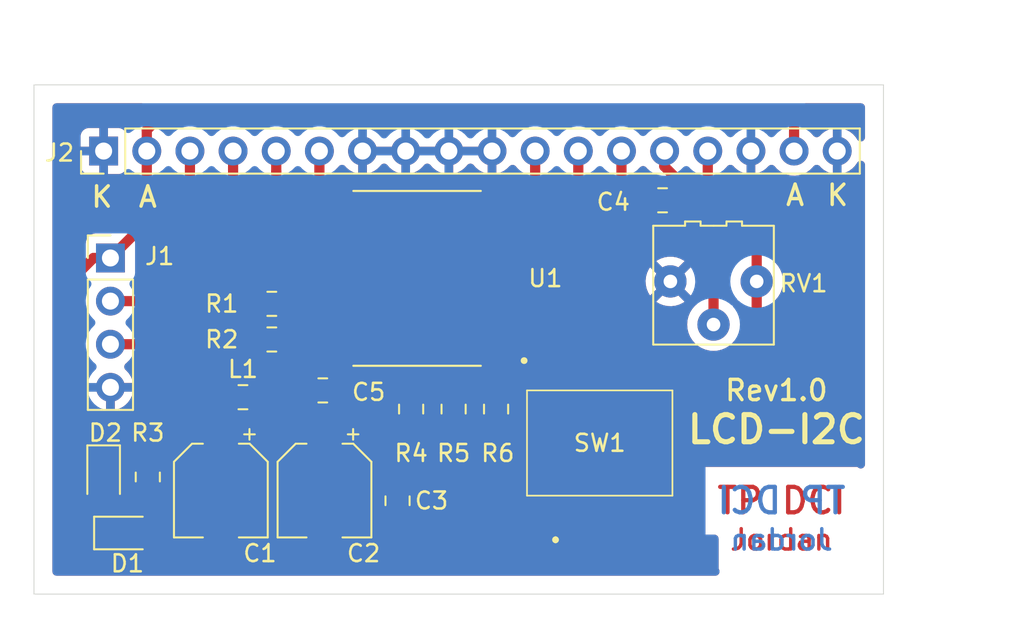
<source format=kicad_pcb>
(kicad_pcb (version 20211014) (generator pcbnew)
  (title_block (title "Adaptador LCD-i2c para Displays Alfanuméricos") (date "2022-08-04") (rev "1.0") (comment 1 "Autor: Jordán Joan Emmanuel") (comment 2 "Bajo licencia CERN Open Hardware Licence V2. Basado en réplica LCD-i2c comercial") (comment 3 "Diseño de Circuitos Impresos, Carrera de Especialización en Sistemas Embebidos, FIUBA") (comment 4 "Terminación superficial: 1 oz Cu; Grillas 1mm, 0.25mm y 0.1mm. Fabricante PCBWay"))
  (layers (0 "F.Cu" signal) (31 "B.Cu" signal) (34 "B.Paste" user) (35 "F.Paste" user) (36 "B.SilkS" user "B.Silkscreen") (37 "F.SilkS" user "F.Silkscreen") (38 "B.Mask" user) (39 "F.Mask" user) (44 "Edge.Cuts" user))
  (net 0 "")
  (net 1 "GND")
  (net 2 "/Vin")
  (net 3 "VDD")
  (net 4 "/V0")
  (net 5 "/SCL")
  (net 6 "/SDA")
  (net 7 "/D7")
  (net 8 "/D6")
  (net 9 "/D5")
  (net 10 "/D4")
  (net 11 "/EN")
  (net 12 "/R-W")
  (net 13 "/RS")
  (net 16 "Net-(D1-Pad2)")
  (net 17 "Net-(R1-Pad2)")
  (net 18 "Net-(R2-Pad2)")
  (net 19 "Net-(R5-Pad1)")
  (net 20 "Net-(U1-Pad1)")
  (net 21 "Net-(U1-Pad3)")
  (footprint "Capacitor_SMD:CP_Elec_5x3.9" (layer "F.Cu") (at 92 133.9 -90)
    (fp_text reference "C1" (at 3.7 -2.3 180) (layer "F.SilkS"))
    (fp_text value "220uF/16V")
    (fp_line (start -1.695563 2.76) (end 2.76 2.76) (layer "F.SilkS") (width 0.12))
    (fp_line (start -3.3125 -1.9975) (end -3.3125 -1.3725) (layer "F.SilkS") (width 0.12))
    (fp_line (start -2.76 -1.695563) (end -2.76 -1.06) (layer "F.SilkS") (width 0.12))
    (fp_line (start -2.76 -1.695563) (end -1.695563 -2.76) (layer "F.SilkS") (width 0.12))
    (fp_line (start -2.76 1.695563) (end -2.76 1.06) (layer "F.SilkS") (width 0.12))
    (fp_line (start -1.695563 -2.76) (end 2.76 -2.76) (layer "F.SilkS") (width 0.12))
    (fp_line (start -2.76 1.695563) (end -1.695563 2.76) (layer "F.SilkS") (width 0.12))
    (fp_line (start 2.76 2.76) (end 2.76 1.06) (layer "F.SilkS") (width 0.12))
    (fp_line (start -3.625 -1.685) (end -3 -1.685) (layer "F.SilkS") (width 0.12))
    (fp_line (start 2.76 -2.76) (end 2.76 -1.06) (layer "F.SilkS") (width 0.12))
    (pad "1" smd roundrect locked (at -2.2 0 270) (size 3 1.6) (layers "F.Cu" "F.Paste" "F.Mask") (roundrect_rratio 0.15625) (net 2 "/Vin"))
    (pad "2" smd roundrect locked (at 2.2 0 270) (size 3 1.6) (layers "F.Cu" "F.Paste" "F.Mask") (roundrect_rratio 0.15625) (net 1 "GND"))
  )
  (footprint "Capacitor_SMD:CP_Elec_5x3.9" (layer "F.Cu") (at 98.1 133.9 -90)
    (fp_text reference "C2" (at 3.7 -2.3 180) (layer "F.SilkS"))
    (fp_text value "100uF/16V")
    (fp_line (start -2.76 1.695563) (end -1.695563 2.76) (layer "F.SilkS") (width 0.12))
    (fp_line (start -2.76 -1.695563) (end -2.76 -1.06) (layer "F.SilkS") (width 0.12))
    (fp_line (start -3.3125 -1.9975) (end -3.3125 -1.3725) (layer "F.SilkS") (width 0.12))
    (fp_line (start 2.76 2.76) (end 2.76 1.06) (layer "F.SilkS") (width 0.12))
    (fp_line (start 2.76 -2.76) (end 2.76 -1.06) (layer "F.SilkS") (width 0.12))
    (fp_line (start -3.625 -1.685) (end -3 -1.685) (layer "F.SilkS") (width 0.12))
    (fp_line (start -2.76 -1.695563) (end -1.695563 -2.76) (layer "F.SilkS") (width 0.12))
    (fp_line (start -1.695563 -2.76) (end 2.76 -2.76) (layer "F.SilkS") (width 0.12))
    (fp_line (start -2.76 1.695563) (end -2.76 1.06) (layer "F.SilkS") (width 0.12))
    (fp_line (start -1.695563 2.76) (end 2.76 2.76) (layer "F.SilkS") (width 0.12))
    (pad "1" smd roundrect locked (at -2.2 0 270) (size 3 1.6) (layers "F.Cu" "F.Paste" "F.Mask") (roundrect_rratio 0.15625) (net 3 "VDD"))
    (pad "2" smd roundrect locked (at 2.2 0 270) (size 3 1.6) (layers "F.Cu" "F.Paste" "F.Mask") (roundrect_rratio 0.15625) (net 1 "GND"))
  )
  (footprint "Capacitor_SMD:C_0805_2012Metric" (layer "F.Cu") (at 102.4 134.5 -90)
    (fp_text reference "C3" (at 0 -2 180) (layer "F.SilkS"))
    (fp_text value "0.1uF/16V")
    (fp_line (start -0.258578 -0.71) (end 0.258578 -0.71) (layer "F.SilkS") (width 0.12))
    (fp_line (start -0.258578 0.71) (end 0.258578 0.71) (layer "F.SilkS") (width 0.12))
    (pad "1" smd roundrect locked (at -0.9375 0 270) (size 0.975 1.4) (layers "F.Cu" "F.Paste" "F.Mask") (net 3 "VDD"))
    (pad "2" smd roundrect locked (at 0.9375 0 270) (size 0.975 1.4) (layers "F.Cu" "F.Paste" "F.Mask") (net 1 "GND"))
  )
  (footprint "Capacitor_SMD:C_0805_2012Metric" (layer "F.Cu") (at 118 116.8 180)
    (fp_text reference "C4" (at 2.9 -0.1) (layer "F.SilkS"))
    (fp_text value "0.1uF/16V")
    (fp_line (start -0.258578 0.71) (end 0.258578 0.71) (layer "F.SilkS") (width 0.12))
    (fp_line (start -0.258578 -0.71) (end 0.258578 -0.71) (layer "F.SilkS") (width 0.12))
    (pad "1" smd roundrect locked (at -0.9375 0 180) (size 0.975 1.4) (layers "F.Cu" "F.Paste" "F.Mask") (net 4 "/V0"))
    (pad "2" smd roundrect locked (at 0.9375 0 180) (size 0.975 1.4) (layers "F.Cu" "F.Paste" "F.Mask") (net 1 "GND"))
  )
  (footprint "Capacitor_SMD:C_0805_2012Metric" (layer "F.Cu") (at 98 128 180)
    (fp_text reference "C5" (at -2.7 -0.1) (layer "F.SilkS"))
    (fp_text value "10nF/16V")
    (fp_line (start -0.258578 -0.71) (end 0.258578 -0.71) (layer "F.SilkS") (width 0.12))
    (fp_line (start -0.258578 0.71) (end 0.258578 0.71) (layer "F.SilkS") (width 0.12))
    (pad "1" smd roundrect locked (at -0.9375 0 180) (size 0.975 1.4) (layers "F.Cu" "F.Paste" "F.Mask") (net 3 "VDD"))
    (pad "2" smd roundrect locked (at 0.9375 0 180) (size 0.975 1.4) (layers "F.Cu" "F.Paste" "F.Mask") (net 1 "GND"))
  )
  (footprint "LED_SMD:LED_0805_2012Metric_Pad1.15x1.40mm_HandSolder" (layer "F.Cu") (at 86.4 136.4)
    (fp_text reference "D1" (at 0.1 1.8) (layer "F.SilkS"))
    (fp_text value "LED")
    (fp_line (start -1.86 0.96) (end 1 0.96) (layer "F.SilkS") (width 0.12))
    (fp_line (start -1.86 -0.96) (end -1.86 0.96) (layer "F.SilkS") (width 0.12))
    (fp_line (start 1 -0.96) (end -1.86 -0.96) (layer "F.SilkS") (width 0.12))
    (pad "1" smd roundrect locked (at -1.025 0) (size 1.15 1.4) (layers "F.Cu" "F.Paste" "F.Mask") (roundrect_rratio 0.217391) (net 1 "GND"))
    (pad "2" smd roundrect locked (at 1.025 0) (size 1.15 1.4) (layers "F.Cu" "F.Paste" "F.Mask") (roundrect_rratio 0.217391) (net 16 "Net-(D1-Pad2)"))
  )
  (footprint "Diode_SMD:D_0805_2012Metric_Pad1.15x1.40mm_HandSolder" (layer "F.Cu") (at 85.1 133.1 -90)
    (fp_text reference "D2" (at -2.6 -0.1 180) (layer "F.SilkS"))
    (fp_text value "5v1")
    (fp_line (start -1.86 -0.96) (end -1.86 0.96) (layer "F.SilkS") (width 0.12))
    (fp_line (start -1.86 0.96) (end 1 0.96) (layer "F.SilkS") (width 0.12))
    (fp_line (start 1 -0.96) (end -1.86 -0.96) (layer "F.SilkS") (width 0.12))
    (pad "1" smd roundrect locked (at -1.025 0 270) (size 1.15 1.4) (layers "F.Cu" "F.Paste" "F.Mask") (roundrect_rratio 0.217391) (net 2 "/Vin"))
    (pad "2" smd roundrect locked (at 1.025 0 270) (size 1.15 1.4) (layers "F.Cu" "F.Paste" "F.Mask") (roundrect_rratio 0.217391) (net 1 "GND"))
  )
  (footprint "Connector_PinHeader_2.54mm:PinHeader_1x04_P2.54mm_Vertical" (layer "F.Cu") (at 85.5 120.2)
    (fp_text reference "J1" (at 2.9 -0.1) (layer "F.SilkS"))
    (fp_text value "MICRO")
    (fp_line (start -1.33 -1.33) (end 0 -1.33) (layer "F.SilkS") (width 0.12))
    (fp_line (start -1.33 1.27) (end 1.33 1.27) (layer "F.SilkS") (width 0.12))
    (fp_line (start 1.33 1.27) (end 1.33 8.95) (layer "F.SilkS") (width 0.12))
    (fp_line (start -1.33 0) (end -1.33 -1.33) (layer "F.SilkS") (width 0.12))
    (fp_line (start -1.33 1.27) (end -1.33 8.95) (layer "F.SilkS") (width 0.12))
    (fp_line (start -1.33 8.95) (end 1.33 8.95) (layer "F.SilkS") (width 0.12))
    (pad "1" thru_hole rect locked (at 0 0) (size 1.7 1.7) (drill 1) (layers *.Cu *.Mask) (net 2 "/Vin"))
    (pad "2" thru_hole oval locked (at 0 2.54) (size 1.7 1.7) (drill 1) (layers *.Cu *.Mask) (net 5 "/SCL"))
    (pad "3" thru_hole oval locked (at 0 5.08) (size 1.7 1.7) (drill 1) (layers *.Cu *.Mask) (net 6 "/SDA"))
    (pad "4" thru_hole oval locked (at 0 7.62) (size 1.7 1.7) (drill 1) (layers *.Cu *.Mask) (net 1 "GND"))
  )
  (footprint "DCI_Conector:LCD_16x2_dosTipos" (layer "F.Cu") (at 85.1 113.9 90)
    (fp_text reference "J2" (at -0.1 -2.6) (layer "F.SilkS"))
    (fp_text value "LCD16x2")
    (fp_line (start -1.33 44.51) (end 1.33 44.51) (layer "F.SilkS") (width 0.12))
    (fp_line (start -1.33 -1.33) (end 0 -1.33) (layer "F.SilkS") (width 0.12))
    (fp_line (start 1.33 1.27) (end 1.33 44.51) (layer "F.SilkS") (width 0.12))
    (fp_line (start -1.33 1.27) (end -1.33 44.51) (layer "F.SilkS") (width 0.12))
    (fp_line (start -1.33 1.27) (end 1.33 1.27) (layer "F.SilkS") (width 0.12))
    (fp_line (start -1.33 0) (end -1.33 -1.33) (layer "F.SilkS") (width 0.12))
    (pad "1" thru_hole oval (at 0 38.1 90) (size 1.7 1.7) (drill 1) (layers *.Cu *.Mask) (net 1 "GND"))
    (pad "2" thru_hole oval (at 0 35.56 90) (size 1.7 1.7) (drill 1) (layers *.Cu *.Mask) (net 3 "VDD"))
    (pad "3" thru_hole oval (at 0 33.02 90) (size 1.7 1.7) (drill 1) (layers *.Cu *.Mask) (net 4 "/V0"))
    (pad "4" thru_hole oval (at 0 30.48 90) (size 1.7 1.7) (drill 1) (layers *.Cu *.Mask) (net 13 "/RS"))
    (pad "5" thru_hole oval (at 0 27.94 90) (size 1.7 1.7) (drill 1) (layers *.Cu *.Mask) (net 12 "/R-W"))
    (pad "6" thru_hole oval (at 0 25.4 90) (size 1.7 1.7) (drill 1) (layers *.Cu *.Mask) (net 11 "/EN"))
    (pad "7" thru_hole oval (at 0 22.86 90) (size 1.7 1.7) (drill 1) (layers *.Cu *.Mask) (net 1 "GND"))
    (pad "8" thru_hole oval (at 0 20.32 90) (size 1.7 1.7) (drill 1) (layers *.Cu *.Mask) (net 1 "GND"))
    (pad "9" thru_hole oval (at 0 17.78 90) (size 1.7 1.7) (drill 1) (layers *.Cu *.Mask) (net 1 "GND"))
    (pad "10" thru_hole oval (at 0 15.24 90) (size 1.7 1.7) (drill 1) (layers *.Cu *.Mask) (net 1 "GND"))
    (pad "11" thru_hole oval (at 0 12.7 90) (size 1.7 1.7) (drill 1) (layers *.Cu *.Mask) (net 10 "/D4"))
    (pad "12" thru_hole oval (at 0 10.16 90) (size 1.7 1.7) (drill 1) (layers *.Cu *.Mask) (net 9 "/D5"))
    (pad "13" thru_hole oval (at 0 7.62 90) (size 1.7 1.7) (drill 1) (layers *.Cu *.Mask) (net 8 "/D6"))
    (pad "14" thru_hole oval (at 0 5.08 90) (size 1.7 1.7) (drill 1) (layers *.Cu *.Mask) (net 7 "/D7"))
    (pad "15" thru_hole oval (at 0 2.54 90) (size 1.7 1.7) (drill 1) (layers *.Cu *.Mask) (net 2 "/Vin"))
    (pad "15" thru_hole oval (at 0 40.64 90) (size 1.7 1.7) (drill 1) (layers *.Cu *.Mask) (net 2 "/Vin"))
    (pad "16" thru_hole oval (at 0 43.18 90) (size 1.7 1.7) (drill 1) (layers *.Cu *.Mask) (net 1 "GND"))
    (pad "16" thru_hole rect (at 0 0 90) (size 1.7 1.7) (drill 1) (layers *.Cu *.Mask) (net 1 "GND"))
  )
  (footprint "Inductor_SMD:L_0805_2012Metric_Pad1.15x1.40mm_HandSolder" (layer "F.Cu") (at 93.3 128.4)
    (fp_text reference "L1" (at 0 -1.65) (layer "F.SilkS"))
    (fp_text value "47uH")
    (fp_line (start -0.261252 -0.71) (end 0.261252 -0.71) (layer "F.SilkS") (width 0.12))
    (fp_line (start -0.261252 0.71) (end 0.261252 0.71) (layer "F.SilkS") (width 0.12))
    (pad "1" smd roundrect locked (at -1.025 0) (size 1.15 1.4) (layers "F.Cu" "F.Paste" "F.Mask") (roundrect_rratio 0.217391) (net 2 "/Vin"))
    (pad "2" smd roundrect locked (at 1.025 0) (size 1.15 1.4) (layers "F.Cu" "F.Paste" "F.Mask") (roundrect_rratio 0.217391) (net 3 "VDD"))
  )
  (footprint "Resistor_SMD:R_0805_2012Metric_Pad1.15x1.40mm_HandSolder" (layer "F.Cu") (at 95 122.9)
    (fp_text reference "R1" (at -2.95 0) (layer "F.SilkS"))
    (fp_text value "100")
    (fp_line (start -0.261252 -0.71) (end 0.261252 -0.71) (layer "F.SilkS") (width 0.12))
    (fp_line (start -0.261252 0.71) (end 0.261252 0.71) (layer "F.SilkS") (width 0.12))
    (pad "1" smd roundrect locked (at -1.025 0) (size 1.15 1.4) (layers "F.Cu" "F.Paste" "F.Mask") (roundrect_rratio 0.217391) (net 5 "/SCL"))
    (pad "2" smd roundrect locked (at 1.025 0) (size 1.15 1.4) (layers "F.Cu" "F.Paste" "F.Mask") (roundrect_rratio 0.217391) (net 17 "Net-(R1-Pad2)"))
  )
  (footprint "Resistor_SMD:R_0805_2012Metric_Pad1.15x1.40mm_HandSolder" (layer "F.Cu") (at 95 125)
    (fp_text reference "R2" (at -2.95 0) (layer "F.SilkS"))
    (fp_text value "100")
    (fp_line (start -0.261252 0.71) (end 0.261252 0.71) (layer "F.SilkS") (width 0.12))
    (fp_line (start -0.261252 -0.71) (end 0.261252 -0.71) (layer "F.SilkS") (width 0.12))
    (pad "1" smd roundrect locked (at -1.025 0) (size 1.15 1.4) (layers "F.Cu" "F.Paste" "F.Mask") (roundrect_rratio 0.217391) (net 6 "/SDA"))
    (pad "2" smd roundrect locked (at 1.025 0) (size 1.15 1.4) (layers "F.Cu" "F.Paste" "F.Mask") (roundrect_rratio 0.217391) (net 18 "Net-(R2-Pad2)"))
  )
  (footprint "Resistor_SMD:R_0805_2012Metric_Pad1.15x1.40mm_HandSolder" (layer "F.Cu") (at 87.7 133.1 -90)
    (fp_text reference "R3" (at -2.6 0 180) (layer "F.SilkS"))
    (fp_text value "2k2")
    (fp_line (start -0.261252 -0.71) (end 0.261252 -0.71) (layer "F.SilkS") (width 0.12))
    (fp_line (start -0.261252 0.71) (end 0.261252 0.71) (layer "F.SilkS") (width 0.12))
    (pad "1" smd roundrect locked (at -1.025 0 270) (size 1.15 1.4) (layers "F.Cu" "F.Paste" "F.Mask") (roundrect_rratio 0.217391) (net 2 "/Vin"))
    (pad "2" smd roundrect locked (at 1.025 0 270) (size 1.15 1.4) (layers "F.Cu" "F.Paste" "F.Mask") (roundrect_rratio 0.217391) (net 16 "Net-(D1-Pad2)"))
  )
  (footprint "Resistor_SMD:R_0805_2012Metric_Pad1.15x1.40mm_HandSolder" (layer "F.Cu") (at 103.2 129.1 -90)
    (fp_text reference "R4" (at 2.6 0 180) (layer "F.SilkS"))
    (fp_text value "10k")
    (fp_line (start -0.261252 -0.71) (end 0.261252 -0.71) (layer "F.SilkS") (width 0.12))
    (fp_line (start -0.261252 0.71) (end 0.261252 0.71) (layer "F.SilkS") (width 0.12))
    (pad "1" smd roundrect locked (at -1.025 0 270) (size 1.15 1.4) (layers "F.Cu" "F.Paste" "F.Mask") (roundrect_rratio 0.217391) (net 21 "Net-(U1-Pad3)"))
    (pad "2" smd roundrect locked (at 1.025 0 270) (size 1.15 1.4) (layers "F.Cu" "F.Paste" "F.Mask") (roundrect_rratio 0.217391) (net 3 "VDD"))
  )
  (footprint "Resistor_SMD:R_0805_2012Metric_Pad1.15x1.40mm_HandSolder" (layer "F.Cu") (at 105.7 129.1 -90)
    (fp_text reference "R5" (at 2.6 0 180) (layer "F.SilkS"))
    (fp_text value "10k")
    (fp_line (start -0.261252 -0.71) (end 0.261252 -0.71) (layer "F.SilkS") (width 0.12))
    (fp_line (start -0.261252 0.71) (end 0.261252 0.71) (layer "F.SilkS") (width 0.12))
    (pad "1" smd roundrect locked (at -1.025 0 270) (size 1.15 1.4) (layers "F.Cu" "F.Paste" "F.Mask") (roundrect_rratio 0.217391) (net 19 "Net-(R5-Pad1)"))
    (pad "2" smd roundrect locked (at 1.025 0 270) (size 1.15 1.4) (layers "F.Cu" "F.Paste" "F.Mask") (roundrect_rratio 0.217391) (net 3 "VDD"))
  )
  (footprint "Resistor_SMD:R_0805_2012Metric_Pad1.15x1.40mm_HandSolder" (layer "F.Cu") (at 108.2 129.1 -90)
    (fp_text reference "R6" (at 2.6 -0.1 180) (layer "F.SilkS"))
    (fp_text value "10k")
    (fp_line (start -0.261252 -0.71) (end 0.261252 -0.71) (layer "F.SilkS") (width 0.12))
    (fp_line (start -0.261252 0.71) (end 0.261252 0.71) (layer "F.SilkS") (width 0.12))
    (pad "1" smd roundrect locked (at -1.025 0 270) (size 1.15 1.4) (layers "F.Cu" "F.Paste" "F.Mask") (roundrect_rratio 0.217391) (net 20 "Net-(U1-Pad1)"))
    (pad "2" smd roundrect locked (at 1.025 0 270) (size 1.15 1.4) (layers "F.Cu" "F.Paste" "F.Mask") (roundrect_rratio 0.217391) (net 3 "VDD"))
  )
  (footprint "DCI_Pote:miPote10k_3362P" (layer "F.Cu") (at 121 121.8)
    (fp_text reference "RV1" (at 5.3 -0.1) (layer "F.SilkS"))
    (fp_text value "10k")
    (fp_line (start -1.6764 -3.75) (end -0.762 -3.75) (layer "F.SilkS") (width 0.12))
    (fp_line (start -3.55 -3.5) (end -1.6764 -3.5) (layer "F.SilkS") (width 0.12))
    (fp_line (start -0.762 -3.5) (end 0 -3.5) (layer "F.SilkS") (width 0.12))
    (fp_line (start 3.55 3.5) (end -3.55 3.5) (layer "F.SilkS") (width 0.12))
    (fp_line (start 3.55 -3.5) (end 1.6764 -3.5) (layer "F.SilkS") (width 0.12))
    (fp_line (start -3.55 3.5) (end -3.55 -3.5) (layer "F.SilkS") (width 0.12))
    (fp_line (start 0.762 -3.5) (end 0 -3.5) (layer "F.SilkS") (width 0.12))
    (fp_line (start -1.6764 -3.5) (end -1.6764 -3.75) (layer "F.SilkS") (width 0.12))
    (fp_line (start -0.762 -3.5) (end -0.762 -3.75) (layer "F.SilkS") (width 0.12))
    (fp_line (start 1.6764 -3.5) (end 1.6764 -3.75) (layer "F.SilkS") (width 0.12))
    (fp_line (start 3.55 3.5) (end 3.55 -3.5) (layer "F.SilkS") (width 0.12))
    (fp_line (start 0.762 -3.5) (end 0.762 -3.75) (layer "F.SilkS") (width 0.12))
    (fp_line (start 1.6764 -3.75) (end 0.762 -3.75) (layer "F.SilkS") (width 0.12))
    (pad "1" thru_hole circle locked (at -2.54 -0.22) (size 1.9 1.9) (drill 0.8) (layers *.Cu *.Mask) (net 1 "GND"))
    (pad "2" thru_hole circle locked (at 0 2.32) (size 1.9 1.9) (drill 0.8) (layers *.Cu *.Mask) (net 4 "/V0"))
    (pad "3" thru_hole oval locked (at 2.54 -0.22) (size 1.9 1.9) (drill 0.8) (layers *.Cu *.Mask) (net 3 "VDD"))
  )
  (footprint "DCI_PCF854:SOIC127P1030X265-16N" (layer "F.Cu") (at 103.55 121.4 180)
    (fp_text reference "U1" (at -7.55 0 180) (layer "F.SilkS"))
    (fp_text value "PCF8574")
    (fp_line (start -3.75 -5.15) (end 3.75 -5.15) (layer "F.SilkS") (width 0.127))
    (fp_line (start -3.75 5.15) (end 3.75 5.15) (layer "F.SilkS") (width 0.127))
    (fp_circle (center -6.3 -4.845) (end -6.2 -4.845) (layer "F.SilkS") (width 0.2) (fill none))
    (pad "1" smd roundrect locked (at -4.64 -4.445 180) (size 2.06 0.6) (layers "F.Cu" "F.Paste" "F.Mask") (roundrect_rratio 0.07) (net 20 "Net-(U1-Pad1)"))
    (pad "2" smd roundrect locked (at -4.64 -3.175 180) (size 2.06 0.6) (layers "F.Cu" "F.Paste" "F.Mask") (roundrect_rratio 0.07) (net 19 "Net-(R5-Pad1)"))
    (pad "3" smd roundrect locked (at -4.64 -1.905 180) (size 2.06 0.6) (layers "F.Cu" "F.Paste" "F.Mask") (roundrect_rratio 0.07) (net 21 "Net-(U1-Pad3)"))
    (pad "4" smd roundrect locked (at -4.64 -0.635 180) (size 2.06 0.6) (layers "F.Cu" "F.Paste" "F.Mask") (roundrect_rratio 0.07) (net 13 "/RS"))
    (pad "5" smd roundrect locked (at -4.64 0.635 180) (size 2.06 0.6) (layers "F.Cu" "F.Paste" "F.Mask") (roundrect_rratio 0.07) (net 12 "/R-W"))
    (pad "6" smd roundrect locked (at -4.64 1.905 180) (size 2.06 0.6) (layers "F.Cu" "F.Paste" "F.Mask") (roundrect_rratio 0.07) (net 11 "/EN"))
    (pad "7" smd roundrect locked (at -4.64 3.175 180) (size 2.06 0.6) (layers "F.Cu" "F.Paste" "F.Mask") (roundrect_rratio 0.07))
    (pad "8" smd roundrect locked (at -4.64 4.445 180) (size 2.06 0.6) (layers "F.Cu" "F.Paste" "F.Mask") (roundrect_rratio 0.07) (net 1 "GND"))
    (pad "9" smd roundrect locked (at 4.64 4.445 180) (size 2.06 0.6) (layers "F.Cu" "F.Paste" "F.Mask") (roundrect_rratio 0.07) (net 10 "/D4"))
    (pad "10" smd roundrect locked (at 4.64 3.175 180) (size 2.06 0.6) (layers "F.Cu" "F.Paste" "F.Mask") (roundrect_rratio 0.07) (net 9 "/D5"))
    (pad "11" smd roundrect locked (at 4.64 1.905 180) (size 2.06 0.6) (layers "F.Cu" "F.Paste" "F.Mask") (roundrect_rratio 0.07) (net 8 "/D6"))
    (pad "12" smd roundrect locked (at 4.64 0.635 180) (size 2.06 0.6) (layers "F.Cu" "F.Paste" "F.Mask") (roundrect_rratio 0.07) (net 7 "/D7"))
    (pad "13" smd roundrect locked (at 4.64 -0.635 180) (size 2.06 0.6) (layers "F.Cu" "F.Paste" "F.Mask") (roundrect_rratio 0.07))
    (pad "14" smd roundrect locked (at 4.64 -1.905 180) (size 2.06 0.6) (layers "F.Cu" "F.Paste" "F.Mask") (roundrect_rratio 0.07) (net 17 "Net-(R1-Pad2)"))
    (pad "15" smd roundrect locked (at 4.64 -3.175 180) (size 2.06 0.6) (layers "F.Cu" "F.Paste" "F.Mask") (roundrect_rratio 0.07) (net 18 "Net-(R2-Pad2)"))
    (pad "16" smd roundrect locked (at 4.64 -4.445 180) (size 2.06 0.6) (layers "F.Cu" "F.Paste" "F.Mask") (roundrect_rratio 0.07) (net 3 "VDD"))
  )
  (footprint "DCI_Switch:DIPSwitch_03" (layer "F.Cu") (at 114.3 131.1)
    (fp_text reference "SW1" (at 0 0) (layer "F.SilkS"))
    (fp_text value "SW_DIP_x03")
    (fp_line (start -2.6 5.6) (end -2.6 5.6) (layer "F.SilkS") (width 0.2))
    (fp_line (start 4.28 -3.1) (end 4.28 3.1) (layer "F.SilkS") (width 0.1))
    (fp_line (start -4.28 -3.1) (end 4.28 -3.1) (layer "F.SilkS") (width 0.1))
    (fp_line (start -4.28 3.1) (end -4.28 -3.1) (layer "F.SilkS") (width 0.1))
    (fp_line (start 4.28 3.1) (end -4.28 3.1) (layer "F.SilkS") (width 0.1))
    (fp_line (start -2.6 5.8) (end -2.6 5.8) (layer "F.SilkS") (width 0.2))
    (fp_arc (start -2.6 5.6) (mid -2.5 5.7) (end -2.6 5.8) (layer "F.SilkS") (width 0.2))
    (fp_arc (start -2.6 5.8) (mid -2.7 5.7) (end -2.6 5.6) (layer "F.SilkS") (width 0.2))
    (pad "1" smd rect (at -2.54 4.45 90) (size 1.5 1.1) (layers "F.Cu" "F.Paste" "F.Mask") (net 1 "GND"))
    (pad "2" smd rect (at -2.54 -4.45 90) (size 1.5 1.1) (layers "F.Cu" "F.Paste" "F.Mask") (net 20 "Net-(U1-Pad1)"))
    (pad "3" smd rect (at 0 4.45 90) (size 1.5 1.1) (layers "F.Cu" "F.Paste" "F.Mask") (net 1 "GND"))
    (pad "4" smd rect (at 0 -4.45 90) (size 1.5 1.1) (layers "F.Cu" "F.Paste" "F.Mask") (net 19 "Net-(R5-Pad1)"))
    (pad "5" smd rect (at 2.54 4.45 90) (size 1.5 1.1) (layers "F.Cu" "F.Paste" "F.Mask") (net 1 "GND"))
    (pad "6" smd rect (at 2.54 -4.45 90) (size 1.5 1.1) (layers "F.Cu" "F.Paste" "F.Mask") (net 21 "Net-(U1-Pad3)"))
  )
  (gr_line (start 131 140) (end 131 110) (layer "Edge.Cuts") (width 0.05))
  (gr_line (start 81 110) (end 81 140) (layer "Edge.Cuts") (width 0.05))
  (gr_line (start 81 140) (end 131 140) (layer "Edge.Cuts") (width 0.05))
  (gr_line (start 81 110) (end 131 110) (layer "Edge.Cuts") (width 0.05))
  (gr_text "TP DCI" (at 125 134.5) (layer "F.Cu") (effects (font (size 1.5 1.5) (thickness 0.25))))
  (gr_text "Jordan" (at 125 136.8) (layer "F.Cu") (effects (font (size 1.2 1.2) (thickness 0.2))))
  (gr_text "TP DCI" (at 125 134.5) (layer "B.Cu") (effects (font (size 1.5 1.5) (thickness 0.25)) (justify mirror)))
  (gr_text "Jordan" (at 125 136.8) (layer "B.Cu") (effects (font (size 1.2 1.2) (thickness 0.2)) (justify mirror)))
  (gr_text "K" (at 85 116.6) (layer "F.SilkS") (effects (font (size 1.2 1.2) (thickness 0.2))))
  (gr_text "A" (at 87.7 116.6) (layer "F.SilkS") (effects (font (size 1.2 1.2) (thickness 0.2))))
  (gr_text "A" (at 125.8 116.5) (layer "F.SilkS") (effects (font (size 1.2 1.2) (thickness 0.2))))
  (gr_text "K" (at 128.3 116.5) (layer "F.SilkS") (effects (font (size 1.2 1.2) (thickness 0.2))))
  (gr_text "LCD-I2C" (at 124.7 130.3) (layer "F.SilkS") (effects (font (size 1.6 1.6) (thickness 0.3))))
  (gr_text "Rev1.0" (at 124.7 128) (layer "F.SilkS") (effects (font (size 1.2 1.2) (thickness 0.2))))
  (segment (start 91.625 132.075) (end 92 131.7) (width 0.6) (layer "F.Cu") (net 2))
  (segment (start 85.1 132.075) (end 87.7 132.075) (width 0.6) (layer "F.Cu") (net 2))
  (segment (start 85.5 120.2) (end 87.64 118.06) (width 0.6) (layer "F.Cu") (net 2))
  (segment (start 85.1 132.075) (end 83.7 130.675) (width 0.6) (layer "F.Cu") (net 2))
  (segment (start 124.962081 111.5) (end 88.8 111.5) (width 0.6) (layer "F.Cu") (net 2))
  (segment (start 87.64 118.06) (end 87.64 113.9) (width 0.6) (layer "F.Cu") (net 2))
  (segment (start 92.275 128.4) (end 92.275 129.425) (width 0.6) (layer "F.Cu") (net 2))
  (segment (start 92 129.7) (end 92 131.7) (width 0.6) (layer "F.Cu") (net 2))
  (segment (start 87.64 113.9) (end 87.64 112.66) (width 0.6) (layer "F.Cu") (net 2))
  (segment (start 125.74 112.277919) (end 124.962081 111.5) (width 0.6) (layer "F.Cu") (net 2))
  (segment (start 83.7 130.675) (end 83.7 121) (width 0.6) (layer "F.Cu") (net 2))
  (segment (start 125.74 113.9) (end 125.74 112.277919) (width 0.6) (layer "F.Cu") (net 2))
  (segment (start 87.7 132.075) (end 91.625 132.075) (width 0.6) (layer "F.Cu") (net 2))
  (segment (start 88.8 111.5) (end 87.64 112.66) (width 0.6) (layer "F.Cu") (net 2))
  (segment (start 83.7 121) (end 84.5 120.2) (width 0.6) (layer "F.Cu") (net 2))
  (segment (start 92.275 129.425) (end 92 129.7) (width 0.6) (layer "F.Cu") (net 2))
  (segment (start 84.5 120.2) (end 85.5 120.2) (width 0.6) (layer "F.Cu") (net 2))
  (segment (start 118.45 131.05) (end 123.54 125.96) (width 0.6) (layer "F.Cu") (net 3))
  (segment (start 99.4875 131.7) (end 98.1 131.7) (width 0.6) (layer "F.Cu") (net 3))
  (segment (start 98.9375 128) (end 98.9375 125.8725) (width 0.6) (layer "F.Cu") (net 3))
  (segment (start 123.54 121.58) (end 123.54 118.94) (width 0.6) (layer "F.Cu") (net 3))
  (segment (start 109.425 130.125) (end 110.35 131.05) (width 0.6) (layer "F.Cu") (net 3))
  (segment (start 108.2 130.125) (end 109.425 130.125) (width 0.6) (layer "F.Cu") (net 3))
  (segment (start 123.54 121.58) (end 123.54 125.96) (width 0.6) (layer "F.Cu") (net 3))
  (segment (start 103.2 130.125) (end 101.0625 130.125) (width 0.65) (layer "F.Cu") (net 3))
  (segment (start 105.7 130.125) (end 108.2 130.125) (width 0.65) (layer "F.Cu") (net 3))
  (segment (start 105.7 130.125) (end 103.2 130.125) (width 0.65) (layer "F.Cu") (net 3))
  (segment (start 120.66 116.06) (end 120.66 113.9) (width 0.6) (layer "F.Cu") (net 3))
  (segment (start 98.9375 125.8725) (end 98.91 125.845) (width 0.6) (layer "F.Cu") (net 3))
  (segment (start 102.4 133.5625) (end 101.35 133.5625) (width 0.6) (layer "F.Cu") (net 3))
  (segment (start 98.9375 128) (end 101.0625 130.125) (width 0.6) (layer "F.Cu") (net 3))
  (segment (start 101.35 133.5625) (end 99.4875 131.7) (width 0.6) (layer "F.Cu") (net 3))
  (segment (start 123.54 118.94) (end 120.66 116.06) (width 0.6) (layer "F.Cu") (net 3))
  (segment (start 110.35 131.05) (end 118.45 131.05) (width 0.6) (layer "F.Cu") (net 3))
  (segment (start 97.625 131.7) (end 94.325 128.4) (width 0.6) (layer "F.Cu") (net 3))
  (segment (start 101.0625 130.125) (end 99.4875 131.7) (width 0.65) (layer "F.Cu") (net 3))
  (segment (start 98.1 131.7) (end 97.625 131.7) (width 0.6) (layer "F.Cu") (net 3))
  (segment (start 118.1 114.8) (end 118.9375 115.6375) (width 0.6) (layer "F.Cu") (net 4))
  (segment (start 121 119.7) (end 118.9375 117.6375) (width 0.6) (layer "F.Cu") (net 4))
  (segment (start 118.12 113.9) (end 118.1 113.92) (width 0.6) (layer "F.Cu") (net 4))
  (segment (start 118.9375 117.6375) (end 118.9375 116.8) (width 0.6) (layer "F.Cu") (net 4))
  (segment (start 118.9375 115.6375) (end 118.9375 116.8) (width 0.6) (layer "F.Cu") (net 4))
  (segment (start 121 124.12) (end 121 119.7) (width 0.6) (layer "F.Cu") (net 4))
  (segment (start 118.1 113.92) (end 118.1 114.8) (width 0.6) (layer "F.Cu") (net 4))
  (segment (start 93.815 122.74) (end 93.975 122.9) (width 0.6) (layer "F.Cu") (net 5))
  (segment (start 85.5 122.74) (end 93.815 122.74) (width 0.6) (layer "F.Cu") (net 5))
  (segment (start 85.5 125.28) (end 93.695 125.28) (width 0.6) (layer "F.Cu") (net 6))
  (segment (start 93.695 125.28) (end 93.975 125) (width 0.6) (layer "F.Cu") (net 6))
  (segment (start 90.18 113.9) (end 90.18 117.68) (width 0.6) (layer "F.Cu") (net 7))
  (segment (start 90.18 117.68) (end 93.265 120.765) (width 0.6) (layer "F.Cu") (net 7))
  (segment (start 93.265 120.765) (end 98.91 120.765) (width 0.6) (layer "F.Cu") (net 7))
  (segment (start 92.72 113.9) (end 92.72 116.785) (width 0.6) (layer "F.Cu") (net 8))
  (segment (start 95.43 119.495) (end 92.72 116.785) (width 0.6) (layer "F.Cu") (net 8))
  (segment (start 98.91 119.495) (end 95.43 119.495) (width 0.6) (layer "F.Cu") (net 8))
  (segment (start 97.601796 118.225) (end 95.26 115.883204) (width 0.6) (layer "F.Cu") (net 9))
  (segment (start 95.26 115.102081) (end 95.26 113.9) (width 0.6) (layer "F.Cu") (net 9))
  (segment (start 98.91 118.225) (end 97.601796 118.225) (width 0.6) (layer "F.Cu") (net 9))
  (segment (start 95.26 115.883204) (end 95.26 115.102081) (width 0.6) (layer "F.Cu") (net 9))
  (segment (start 97.8 115.845) (end 98.91 116.955) (width 0.6) (layer "F.Cu") (net 10))
  (segment (start 97.8 113.9) (end 97.8 115.845) (width 0.6) (layer "F.Cu") (net 10))
  (segment (start 108.19 119.495) (end 108.695 119.495) (width 0.6) (layer "F.Cu") (net 11))
  (segment (start 108.695 119.495) (end 108.7 119.5) (width 0.6) (layer "F.Cu") (net 11))
  (segment (start 108.7 119.5) (end 109.6 119.5) (width 0.6) (layer "F.Cu") (net 11))
  (segment (start 110.5 118.6) (end 110.5 113.9) (width 0.6) (layer "F.Cu") (net 11))
  (segment (start 109.6 119.5) (end 110.5 118.6) (width 0.6) (layer "F.Cu") (net 11))
  (segment (start 108.19 120.765) (end 111.035 120.765) (width 0.6) (layer "F.Cu") (net 12))
  (segment (start 113.04 118.76) (end 113.04 113.9) (width 0.6) (layer "F.Cu") (net 12))
  (segment (start 111.035 120.765) (end 113.04 118.76) (width 0.6) (layer "F.Cu") (net 12))
  (segment (start 108.19 122.035) (end 112.665 122.035) (width 0.6) (layer "F.Cu") (net 13))
  (segment (start 115.58 119.12) (end 115.58 113.9) (width 0.6) (layer "F.Cu") (net 13))
  (segment (start 112.665 122.035) (end 115.58 119.12) (width 0.6) (layer "F.Cu") (net 13))
  (segment (start 87.7 134.125) (end 87.7 134.8) (width 0.6) (layer "F.Cu") (net 16))
  (segment (start 87.425 135.075) (end 87.425 135.575) (width 0.6) (layer "F.Cu") (net 16))
  (segment (start 87.7 134.8) (end 87.425 135.075) (width 0.6) (layer "F.Cu") (net 16))
  (segment (start 87.425 136.4) (end 87.425 135.575) (width 0.6) (layer "F.Cu") (net 16))
  (segment (start 97.105 123.305) (end 97.405 123.305) (width 0.6) (layer "F.Cu") (net 17))
  (segment (start 96.7 122.9) (end 97.105 123.305) (width 0.6) (layer "F.Cu") (net 17))
  (segment (start 96.025 122.9) (end 96.7 122.9) (width 0.6) (layer "F.Cu") (net 17))
  (segment (start 98.91 123.305) (end 97.405 123.305) (width 0.6) (layer "F.Cu") (net 17))
  (segment (start 96.025 125) (end 96.9 125) (width 0.6) (layer "F.Cu") (net 18))
  (segment (start 96.9 125) (end 97.325 124.575) (width 0.6) (layer "F.Cu") (net 18))
  (segment (start 98.91 124.575) (end 97.325 124.575) (width 0.6) (layer "F.Cu") (net 18))
  (segment (start 108.19 124.575) (end 113.175 124.575) (width 0.6) (layer "F.Cu") (net 19))
  (segment (start 113.175 124.575) (end 114.3 125.7) (width 0.6) (layer "F.Cu") (net 19))
  (segment (start 106.525 124.575) (end 108.19 124.575) (width 0.6) (layer "F.Cu") (net 19))
  (segment (start 105.7 128.075) (end 105.7 125.4) (width 0.6) (layer "F.Cu") (net 19))
  (segment (start 105.7 125.4) (end 106.525 124.575) (width 0.6) (layer "F.Cu") (net 19))
  (segment (start 114.3 125.7) (end 114.3 126.65) (width 0.6) (layer "F.Cu") (net 19))
  (segment (start 108.2 125.855) (end 108.19 125.845) (width 0.6) (layer "F.Cu") (net 20))
  (segment (start 108.2 128.075) (end 108.2 125.855) (width 0.6) (layer "F.Cu") (net 20))
  (segment (start 108.19 125.845) (end 110.955 125.845) (width 0.6) (layer "F.Cu") (net 20))
  (segment (start 110.955 125.845) (end 111.76 126.65) (width 0.6) (layer "F.Cu") (net 20))
  (segment (start 114.405 123.305) (end 111.095 123.305) (width 0.6) (layer "F.Cu") (net 21))
  (segment (start 103.2 128.075) (end 103.2 125.3) (width 0.6) (layer "F.Cu") (net 21))
  (segment (start 103.2 125.3) (end 105.195 123.305) (width 0.6) (layer "F.Cu") (net 21))
  (segment (start 108.19 123.305) (end 111.095 123.305) (width 0.6) (layer "F.Cu") (net 21))
  (segment (start 105.195 123.305) (end 108.19 123.305) (width 0.6) (layer "F.Cu") (net 21))
  (segment (start 116.84 126.65) (end 116.84 125.74) (width 0.6) (layer "F.Cu") (net 21))
  (segment (start 116.84 125.74) (end 114.405 123.305) (width 0.6) (layer "F.Cu") (net 21))
  (zone (net 1) (net_name "GND") (layer "F.Cu") (connect_pads (clearance 0.508)) (min_thickness 0.5) (fill yes (thermal_gap 0.508) (thermal_bridge_width 0.508))
    (polygon (pts (xy 80 109) (xy 80 141) (xy 132 141) (xy 132 109)))
  )
  (zone (net 1) (net_name "GND") (layer "B.Cu") (connect_pads (clearance 0.508)) (min_thickness 0.5) (fill yes (thermal_gap 0.508) (thermal_bridge_width 0.508))
    (polygon (pts (xy 133 142) (xy 79 142) (xy 79 108) (xy 133 108)))
  )
)
</source>
